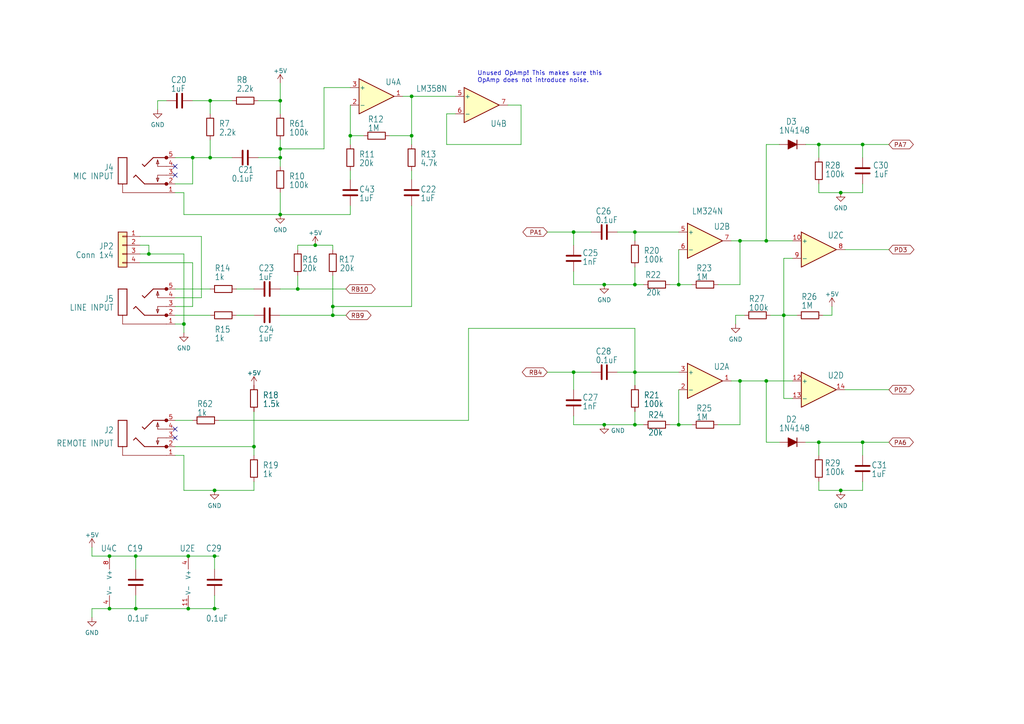
<source format=kicad_sch>
(kicad_sch (version 20211123) (generator eeschema)
  (paper "A4")
  (title_block (title "Input stage") (date "2022-09-04") (rev "1.4.1-chi"))
  (lib_symbols
    (symbol "Amplifier_Operational:LM324" (pin_names (offset 0.127))
      (property "Reference" "U" (at 0 5.08 0))
      (property "Value" "LM324" (at 0 -5.08 0))
      (symbol "LM324_1_1"
        (polyline (pts (xy -5.08 5.08) (xy 5.08 0) (xy -5.08 -5.08) (xy -5.08 5.08)) (stroke (width 0.254)) (fill (type background)))
        (pin output line (at 7.62 0 180) (length 2.54) (name "~") (number "1"))
        (pin input line (at -7.62 -2.54 0) (length 2.54) (name "-") (number "2"))
        (pin input line (at -7.62 2.54 0) (length 2.54) (name "+") (number "3"))
      )
      (symbol "LM324_2_1"
        (polyline (pts (xy -5.08 5.08) (xy 5.08 0) (xy -5.08 -5.08) (xy -5.08 5.08)) (stroke (width 0.254)) (fill (type background)))
        (pin input line (at -7.62 2.54 0) (length 2.54) (name "+") (number "5"))
        (pin input line (at -7.62 -2.54 0) (length 2.54) (name "-") (number "6"))
        (pin output line (at 7.62 0 180) (length 2.54) (name "~") (number "7"))
      )
      (symbol "LM324_3_1"
        (polyline (pts (xy -5.08 5.08) (xy 5.08 0) (xy -5.08 -5.08) (xy -5.08 5.08)) (stroke (width 0.254)) (fill (type background)))
        (pin input line (at -7.62 2.54 0) (length 2.54) (name "+") (number "10"))
        (pin output line (at 7.62 0 180) (length 2.54) (name "~") (number "8"))
        (pin input line (at -7.62 -2.54 0) (length 2.54) (name "-") (number "9"))
      )
      (symbol "LM324_4_1"
        (polyline (pts (xy -5.08 5.08) (xy 5.08 0) (xy -5.08 -5.08) (xy -5.08 5.08)) (stroke (width 0.254)) (fill (type background)))
        (pin input line (at -7.62 2.54 0) (length 2.54) (name "+") (number "12"))
        (pin input line (at -7.62 -2.54 0) (length 2.54) (name "-") (number "13"))
        (pin output line (at 7.62 0 180) (length 2.54) (name "~") (number "14"))
      )
      (symbol "LM324_5_1"
        (pin power_in line (at -2.54 -7.62 90) (length 3.81) (name "V-") (number "11"))
        (pin power_in line (at -2.54 7.62 270) (length 3.81) (name "V+") (number "4"))
      )
    )
    (symbol "Amplifier_Operational:LM358" (pin_names (offset 0.127))
      (property "Reference" "U" (at 0 5.08 0))
      (property "Value" "LM358" (at 0 -5.08 0))
      (symbol "LM358_1_1"
        (polyline (pts (xy -5.08 5.08) (xy 5.08 0) (xy -5.08 -5.08) (xy -5.08 5.08)) (stroke (width 0.254)) (fill (type background)))
        (pin output line (at 7.62 0 180) (length 2.54) (name "~") (number "1"))
        (pin input line (at -7.62 -2.54 0) (length 2.54) (name "-") (number "2"))
        (pin input line (at -7.62 2.54 0) (length 2.54) (name "+") (number "3"))
      )
      (symbol "LM358_2_1"
        (polyline (pts (xy -5.08 5.08) (xy 5.08 0) (xy -5.08 -5.08) (xy -5.08 5.08)) (stroke (width 0.254)) (fill (type background)))
        (pin input line (at -7.62 2.54 0) (length 2.54) (name "+") (number "5"))
        (pin input line (at -7.62 -2.54 0) (length 2.54) (name "-") (number "6"))
        (pin output line (at 7.62 0 180) (length 2.54) (name "~") (number "7"))
      )
      (symbol "LM358_3_1"
        (pin power_in line (at -2.54 -7.62 90) (length 3.81) (name "V-") (number "4"))
        (pin power_in line (at -2.54 7.62 270) (length 3.81) (name "V+") (number "8"))
      )
    )
    (symbol "Connector_Generic:Conn_01x04" (pin_names (offset 1.016) hide)
      (property "Reference" "J" (at 0 5.08 0))
      (property "Value" "Conn_01x04" (at 0 -7.62 0))
      (symbol "Conn_01x04_1_1"
        (rectangle (start -1.27 -4.953) (end 0 -5.207) (stroke (width 0.1524)))
        (rectangle (start -1.27 -2.413) (end 0 -2.667) (stroke (width 0.1524)))
        (rectangle (start -1.27 0.127) (end 0 -0.127) (stroke (width 0.1524)))
        (rectangle (start -1.27 2.667) (end 0 2.413) (stroke (width 0.1524)))
        (rectangle (start -1.27 3.81) (end 1.27 -6.35) (stroke (width 0.254)) (fill (type background)))
        (pin passive line (at -5.08 2.54 0) (length 3.81) (name "Pin_1") (number "1"))
        (pin passive line (at -5.08 0 0) (length 3.81) (name "Pin_2") (number "2"))
        (pin passive line (at -5.08 -2.54 0) (length 3.81) (name "Pin_3") (number "3"))
        (pin passive line (at -5.08 -5.08 0) (length 3.81) (name "Pin_4") (number "4"))
      )
    )
    (symbol "Device:C" (pin_numbers hide) (pin_names (offset 0.254))
      (property "Reference" "C" (at 0.635 2.54 0))
      (property "Value" "C" (at 0.635 -2.54 0))
      (symbol "C_0_1"
        (polyline (pts (xy -2.032 -0.762) (xy 2.032 -0.762)) (stroke (width 0.508)))
        (polyline (pts (xy -2.032 0.762) (xy 2.032 0.762)) (stroke (width 0.508)))
      )
      (symbol "C_1_1"
        (pin passive line (at 0 3.81 270) (length 2.794) (name "~") (number "1"))
        (pin passive line (at 0 -3.81 90) (length 2.794) (name "~") (number "2"))
      )
    )
    (symbol "Device:D_Filled" (pin_numbers hide) (pin_names (offset 1.016) hide)
      (property "Reference" "D" (at 0 2.54 0))
      (property "Value" "D_Filled" (at 0 -2.54 0))
      (symbol "D_Filled_0_1"
        (polyline (pts (xy -1.27 1.27) (xy -1.27 -1.27)) (stroke (width 0.254)))
        (polyline (pts (xy 1.27 0) (xy -1.27 0)))
        (polyline (pts (xy 1.27 1.27) (xy 1.27 -1.27) (xy -1.27 0) (xy 1.27 1.27)) (stroke (width 0.254)) (fill (type outline)))
      )
      (symbol "D_Filled_1_1"
        (pin passive line (at -3.81 0 0) (length 2.54) (name "K") (number "1"))
        (pin passive line (at 3.81 0 180) (length 2.54) (name "A") (number "2"))
      )
    )
    (symbol "Device:R" (pin_numbers hide) (pin_names (offset 0))
      (property "Reference" "R" (at 2.032 0 90))
      (property "Value" "R" (at 0 0 90))
      (symbol "R_0_1"
        (rectangle (start -1.016 -2.54) (end 1.016 2.54) (stroke (width 0.254)))
      )
      (symbol "R_1_1"
        (pin passive line (at 0 3.81 270) (length 1.27) (name "~") (number "1"))
        (pin passive line (at 0 -3.81 90) (length 1.27) (name "~") (number "2"))
      )
    )
    (symbol "mk312-eagle-import:STEREOJACK"
      (property "Reference" "X" (at -7.62 3.81 0))
      (property "Value" "STEREOJACK" (at -7.62 -10.16 0))
      (symbol "STEREOJACK_1_0"
        (circle (center -10.16 -5.08) (radius 0.127) (stroke (width 0.4064)))
        (circle (center -10.16 2.54) (radius 0.127) (stroke (width 0.4064)))
        (polyline (pts (xy -10.16 -5.08) (xy -3.81 -5.08)) (stroke (width 0.254)))
        (polyline (pts (xy -10.16 -2.54) (xy -7.62 -2.54)) (stroke (width 0.1524)))
        (polyline (pts (xy -10.16 0) (xy -7.62 0)) (stroke (width 0.1524)))
        (polyline (pts (xy -10.16 2.54) (xy -6.35 2.54)) (stroke (width 0.254)))
        (polyline (pts (xy -8.001 -3.429) (xy -7.239 -3.429)) (stroke (width 0.1524)))
        (polyline (pts (xy -8.001 0.762) (xy -7.239 0.762)) (stroke (width 0.1524)))
        (polyline (pts (xy -7.62 -4.445) (xy -8.001 -3.429)) (stroke (width 0.1524)))
        (polyline (pts (xy -7.62 -2.54) (xy -7.62 -4.445)) (stroke (width 0.1524)))
        (polyline (pts (xy -7.62 0) (xy -7.62 1.905)) (stroke (width 0.1524)))
        (polyline (pts (xy -7.62 1.905) (xy -8.001 0.762)) (stroke (width 0.1524)))
        (polyline (pts (xy -7.239 -3.429) (xy -7.62 -4.445)) (stroke (width 0.1524)))
        (polyline (pts (xy -7.239 0.762) (xy -7.62 1.905)) (stroke (width 0.1524)))
        (polyline (pts (xy -6.35 2.54) (xy -3.81 0)) (stroke (width 0.254)))
        (polyline (pts (xy -3.81 0) (xy -3.175 0.635)) (stroke (width 0.254)))
        (polyline (pts (xy -1.27 -2.54) (xy -3.81 -5.08)) (stroke (width 0.254)))
        (polyline (pts (xy -0.635 -3.175) (xy -1.27 -2.54)) (stroke (width 0.254)))
        (polyline (pts (xy 1.27 -5.08) (xy 1.27 2.54)) (stroke (width 0.254)))
        (polyline (pts (xy 1.27 -5.08) (xy 2.54 -5.08)) (stroke (width 0.254)))
        (polyline (pts (xy 1.27 2.54) (xy 3.81 2.54)) (stroke (width 0.254)))
        (polyline (pts (xy 2.54 -7.62) (xy -10.16 -7.62)) (stroke (width 0.1524)))
        (polyline (pts (xy 2.54 -5.08) (xy 2.54 -7.62)) (stroke (width 0.1524)))
        (polyline (pts (xy 2.54 -5.08) (xy 3.81 -5.08)) (stroke (width 0.254)))
        (polyline (pts (xy 3.81 -5.08) (xy 3.81 2.54)) (stroke (width 0.254)))
        (pin passive line (at -12.7 -7.62 0) (length 2.54) (name "1") (number "1"))
        (pin passive line (at -12.7 -5.08 0) (length 2.54) (name "2") (number "2"))
        (pin passive line (at -12.7 -2.54 0) (length 2.54) (name "3") (number "3"))
        (pin passive line (at -12.7 0 0) (length 2.54) (name "4") (number "4"))
        (pin passive line (at -12.7 2.54 0) (length 2.54) (name "5") (number "5"))
      )
    )
    (symbol "power:+5V" (power) (pin_names (offset 0))
      (property "Value" "+5V" (at 0 3.556 0))
      (symbol "+5V_0_1"
        (polyline (pts (xy -0.762 1.27) (xy 0 2.54)))
        (polyline (pts (xy 0 0) (xy 0 2.54)))
        (polyline (pts (xy 0 2.54) (xy 0.762 1.27)))
      )
      (symbol "+5V_1_1"
        (pin power_in line (at 0 0 90) (length 0) hide (name "+5V") (number "1"))
      )
    )
    (symbol "power:GND" (power) (pin_names (offset 0))
      (property "Value" "GND" (at 0 -3.81 0))
      (symbol "GND_0_1"
        (polyline (pts (xy 0 0) (xy 0 -1.27) (xy 1.27 -1.27) (xy 0 -2.54) (xy -1.27 -1.27) (xy 0 -1.27)))
      )
      (symbol "GND_1_1"
        (pin power_in line (at 0 0 270) (length 0) hide (name "GND") (number "1"))
      )
    )
  )
  (junction (at 214.63 110.49))
  (junction (at 222.25 110.49))
  (junction (at 196.85 82.55))
  (junction (at 184.15 67.31))
  (junction (at 73.66 129.54))
  (junction (at 196.85 123.19))
  (junction (at 62.23 142.24))
  (junction (at 166.37 67.31))
  (junction (at 86.36 83.82))
  (junction (at 54.61 176.53))
  (junction (at 250.19 41.91))
  (junction (at 237.49 128.27))
  (junction (at 31.75 161.29))
  (junction (at 175.26 82.55))
  (junction (at 53.34 93.98))
  (junction (at 96.52 88.9))
  (junction (at 81.28 45.72))
  (junction (at 184.15 107.95))
  (junction (at 96.52 91.44))
  (junction (at 31.75 176.53))
  (junction (at 55.88 45.72))
  (junction (at 54.61 161.29))
  (junction (at 43.18 73.66))
  (junction (at 175.26 123.19))
  (junction (at 101.6 39.37))
  (junction (at 243.84 142.24))
  (junction (at 222.25 69.85))
  (junction (at 81.28 29.21))
  (junction (at 184.15 82.55))
  (junction (at 119.38 39.37))
  (junction (at 166.37 107.95))
  (junction (at 119.38 27.94))
  (junction (at 227.33 91.44))
  (junction (at 243.84 55.88))
  (junction (at 39.37 176.53))
  (junction (at 214.63 69.85))
  (junction (at 81.28 43.18))
  (junction (at 60.96 29.21))
  (junction (at 250.19 128.27))
  (junction (at 81.28 62.23))
  (junction (at 62.23 176.53))
  (junction (at 39.37 161.29))
  (junction (at 91.44 71.12))
  (junction (at 62.23 161.29))
  (junction (at 60.96 45.72))
  (junction (at 237.49 41.91))
  (junction (at 184.15 123.19))
  (no_connect (at 50.8 127))
  (no_connect (at 50.8 124.46))
  (no_connect (at 50.8 50.8))
  (no_connect (at 50.8 48.26))
  (wire (pts (xy 60.96 29.21) (xy 67.31 29.21)))
  (wire (pts (xy 227.33 91.44) (xy 231.14 91.44)))
  (wire (pts (xy 81.28 83.82) (xy 86.36 83.82)))
  (wire (pts (xy 74.93 29.21) (xy 81.28 29.21)))
  (wire (pts (xy 226.06 41.91) (xy 222.25 41.91)))
  (wire (pts (xy 119.38 27.94) (xy 119.38 39.37)))
  (wire (pts (xy 245.11 72.39) (xy 257.81 72.39)))
  (wire (pts (xy 50.8 121.92) (xy 55.88 121.92)))
  (wire (pts (xy 250.19 41.91) (xy 257.81 41.91)))
  (wire (pts (xy 55.88 45.72) (xy 55.88 53.34)))
  (wire (pts (xy 132.08 33.02) (xy 129.54 33.02)))
  (wire (pts (xy 213.36 93.98) (xy 213.36 91.44)))
  (wire (pts (xy 184.15 123.19) (xy 186.69 123.19)))
  (wire (pts (xy 229.87 74.93) (xy 227.33 74.93)))
  (wire (pts (xy 86.36 83.82) (xy 100.33 83.82)))
  (wire (pts (xy 53.34 73.66) (xy 53.34 93.98)))
  (wire (pts (xy 101.6 49.53) (xy 101.6 52.07)))
  (wire (pts (xy 166.37 67.31) (xy 158.75 67.31)))
  (wire (pts (xy 184.15 107.95) (xy 196.85 107.95)))
  (wire (pts (xy 212.09 110.49) (xy 214.63 110.49)))
  (wire (pts (xy 96.52 91.44) (xy 100.33 91.44)))
  (wire (pts (xy 171.45 107.95) (xy 166.37 107.95)))
  (wire (pts (xy 86.36 71.12) (xy 86.36 72.39)))
  (wire (pts (xy 31.75 176.53) (xy 39.37 176.53)))
  (wire (pts (xy 50.8 55.88) (xy 53.34 55.88)))
  (wire (pts (xy 184.15 119.38) (xy 184.15 123.19)))
  (wire (pts (xy 81.28 43.18) (xy 81.28 45.72)))
  (wire (pts (xy 184.15 77.47) (xy 184.15 82.55)))
  (wire (pts (xy 50.8 45.72) (xy 55.88 45.72)))
  (wire (pts (xy 55.88 29.21) (xy 60.96 29.21)))
  (wire (pts (xy 53.34 55.88) (xy 53.34 62.23)))
  (wire (pts (xy 50.8 93.98) (xy 53.34 93.98)))
  (wire (pts (xy 237.49 128.27) (xy 250.19 128.27)))
  (wire (pts (xy 81.28 43.18) (xy 93.98 43.18)))
  (wire (pts (xy 60.96 29.21) (xy 60.96 33.02)))
  (wire (pts (xy 171.45 67.31) (xy 166.37 67.31)))
  (wire (pts (xy 166.37 123.19) (xy 166.37 120.65)))
  (wire (pts (xy 43.18 71.12) (xy 43.18 73.66)))
  (wire (pts (xy 26.67 161.29) (xy 31.75 161.29)))
  (wire (pts (xy 179.07 107.95) (xy 184.15 107.95)))
  (wire (pts (xy 241.3 88.9) (xy 241.3 91.44)))
  (wire (pts (xy 227.33 74.93) (xy 227.33 91.44)))
  (wire (pts (xy 63.5 121.92) (xy 135.89 121.92)))
  (wire (pts (xy 175.26 123.19) (xy 184.15 123.19)))
  (wire (pts (xy 55.88 53.34) (xy 50.8 53.34)))
  (wire (pts (xy 91.44 71.12) (xy 96.52 71.12)))
  (wire (pts (xy 214.63 69.85) (xy 222.25 69.85)))
  (wire (pts (xy 73.66 132.08) (xy 73.66 129.54)))
  (wire (pts (xy 73.66 119.38) (xy 73.66 129.54)))
  (wire (pts (xy 184.15 95.25) (xy 135.89 95.25)))
  (wire (pts (xy 53.34 62.23) (xy 81.28 62.23)))
  (wire (pts (xy 237.49 55.88) (xy 243.84 55.88)))
  (wire (pts (xy 101.6 30.48) (xy 101.6 39.37)))
  (wire (pts (xy 54.61 176.53) (xy 62.23 176.53)))
  (wire (pts (xy 53.34 142.24) (xy 62.23 142.24)))
  (wire (pts (xy 62.23 176.53) (xy 62.23 172.72)))
  (wire (pts (xy 151.13 41.91) (xy 151.13 30.48)))
  (wire (pts (xy 53.34 93.98) (xy 53.34 96.52)))
  (wire (pts (xy 53.34 132.08) (xy 53.34 142.24)))
  (wire (pts (xy 62.23 161.29) (xy 62.23 165.1)))
  (wire (pts (xy 58.42 68.58) (xy 58.42 86.36)))
  (wire (pts (xy 73.66 142.24) (xy 62.23 142.24)))
  (wire (pts (xy 200.66 123.19) (xy 196.85 123.19)))
  (wire (pts (xy 93.98 43.18) (xy 93.98 25.4)))
  (wire (pts (xy 222.25 110.49) (xy 222.25 128.27)))
  (wire (pts (xy 73.66 91.44) (xy 68.58 91.44)))
  (wire (pts (xy 50.8 132.08) (xy 53.34 132.08)))
  (wire (pts (xy 119.38 39.37) (xy 119.38 41.91)))
  (wire (pts (xy 214.63 110.49) (xy 222.25 110.49)))
  (wire (pts (xy 250.19 45.72) (xy 250.19 41.91)))
  (wire (pts (xy 213.36 91.44) (xy 215.9 91.44)))
  (wire (pts (xy 241.3 91.44) (xy 238.76 91.44)))
  (wire (pts (xy 208.28 123.19) (xy 214.63 123.19)))
  (wire (pts (xy 39.37 161.29) (xy 39.37 165.1)))
  (wire (pts (xy 233.68 128.27) (xy 237.49 128.27)))
  (wire (pts (xy 96.52 88.9) (xy 119.38 88.9)))
  (wire (pts (xy 196.85 82.55) (xy 200.66 82.55)))
  (wire (pts (xy 81.28 62.23) (xy 101.6 62.23)))
  (wire (pts (xy 74.93 45.72) (xy 81.28 45.72)))
  (wire (pts (xy 62.23 176.53) (xy 63.5 176.53)))
  (wire (pts (xy 119.38 59.69) (xy 119.38 88.9)))
  (wire (pts (xy 243.84 142.24) (xy 250.19 142.24)))
  (wire (pts (xy 86.36 80.01) (xy 86.36 83.82)))
  (wire (pts (xy 166.37 78.74) (xy 166.37 82.55)))
  (wire (pts (xy 250.19 55.88) (xy 250.19 53.34)))
  (wire (pts (xy 113.03 39.37) (xy 119.38 39.37)))
  (wire (pts (xy 147.32 30.48) (xy 151.13 30.48)))
  (wire (pts (xy 129.54 41.91) (xy 151.13 41.91)))
  (wire (pts (xy 55.88 76.2) (xy 55.88 88.9)))
  (wire (pts (xy 58.42 86.36) (xy 50.8 86.36)))
  (wire (pts (xy 40.64 71.12) (xy 43.18 71.12)))
  (wire (pts (xy 233.68 41.91) (xy 237.49 41.91)))
  (wire (pts (xy 81.28 40.64) (xy 81.28 43.18)))
  (wire (pts (xy 101.6 62.23) (xy 101.6 59.69)))
  (wire (pts (xy 166.37 71.12) (xy 166.37 67.31)))
  (wire (pts (xy 166.37 123.19) (xy 175.26 123.19)))
  (wire (pts (xy 26.67 176.53) (xy 31.75 176.53)))
  (wire (pts (xy 237.49 142.24) (xy 243.84 142.24)))
  (wire (pts (xy 26.67 176.53) (xy 26.67 179.07)))
  (wire (pts (xy 40.64 73.66) (xy 43.18 73.66)))
  (wire (pts (xy 222.25 69.85) (xy 229.87 69.85)))
  (wire (pts (xy 227.33 115.57) (xy 229.87 115.57)))
  (wire (pts (xy 101.6 39.37) (xy 101.6 41.91)))
  (wire (pts (xy 45.72 29.21) (xy 45.72 31.75)))
  (wire (pts (xy 50.8 129.54) (xy 73.66 129.54)))
  (wire (pts (xy 184.15 82.55) (xy 186.69 82.55)))
  (wire (pts (xy 237.49 139.7) (xy 237.49 142.24)))
  (wire (pts (xy 39.37 161.29) (xy 54.61 161.29)))
  (wire (pts (xy 54.61 161.29) (xy 62.23 161.29)))
  (wire (pts (xy 196.85 72.39) (xy 196.85 82.55)))
  (wire (pts (xy 184.15 107.95) (xy 184.15 111.76)))
  (wire (pts (xy 196.85 123.19) (xy 196.85 113.03)))
  (wire (pts (xy 194.31 123.19) (xy 196.85 123.19)))
  (wire (pts (xy 250.19 132.08) (xy 250.19 128.27)))
  (wire (pts (xy 81.28 24.13) (xy 81.28 29.21)))
  (wire (pts (xy 96.52 80.01) (xy 96.52 88.9)))
  (wire (pts (xy 135.89 95.25) (xy 135.89 121.92)))
  (wire (pts (xy 40.64 76.2) (xy 55.88 76.2)))
  (wire (pts (xy 62.23 161.29) (xy 63.5 161.29)))
  (wire (pts (xy 50.8 91.44) (xy 60.96 91.44)))
  (wire (pts (xy 81.28 29.21) (xy 81.28 33.02)))
  (wire (pts (xy 86.36 71.12) (xy 91.44 71.12)))
  (wire (pts (xy 119.38 27.94) (xy 116.84 27.94)))
  (wire (pts (xy 55.88 88.9) (xy 50.8 88.9)))
  (wire (pts (xy 132.08 27.94) (xy 119.38 27.94)))
  (wire (pts (xy 175.26 82.55) (xy 184.15 82.55)))
  (wire (pts (xy 223.52 91.44) (xy 227.33 91.44)))
  (wire (pts (xy 214.63 69.85) (xy 212.09 69.85)))
  (wire (pts (xy 237.49 128.27) (xy 237.49 132.08)))
  (wire (pts (xy 67.31 45.72) (xy 60.96 45.72)))
  (wire (pts (xy 208.28 82.55) (xy 214.63 82.55)))
  (wire (pts (xy 237.49 41.91) (xy 250.19 41.91)))
  (wire (pts (xy 60.96 83.82) (xy 50.8 83.82)))
  (wire (pts (xy 81.28 45.72) (xy 81.28 48.26)))
  (wire (pts (xy 222.25 110.49) (xy 229.87 110.49)))
  (wire (pts (xy 237.49 53.34) (xy 237.49 55.88)))
  (wire (pts (xy 166.37 107.95) (xy 158.75 107.95)))
  (wire (pts (xy 250.19 128.27) (xy 257.81 128.27)))
  (wire (pts (xy 43.18 73.66) (xy 53.34 73.66)))
  (wire (pts (xy 119.38 49.53) (xy 119.38 52.07)))
  (wire (pts (xy 96.52 71.12) (xy 96.52 72.39)))
  (wire (pts (xy 166.37 113.03) (xy 166.37 107.95)))
  (wire (pts (xy 245.11 113.03) (xy 257.81 113.03)))
  (wire (pts (xy 226.06 128.27) (xy 222.25 128.27)))
  (wire (pts (xy 194.31 82.55) (xy 196.85 82.55)))
  (wire (pts (xy 60.96 45.72) (xy 55.88 45.72)))
  (wire (pts (xy 31.75 161.29) (xy 39.37 161.29)))
  (wire (pts (xy 222.25 41.91) (xy 222.25 69.85)))
  (wire (pts (xy 184.15 69.85) (xy 184.15 67.31)))
  (wire (pts (xy 96.52 88.9) (xy 96.52 91.44)))
  (wire (pts (xy 81.28 91.44) (xy 96.52 91.44)))
  (wire (pts (xy 250.19 139.7) (xy 250.19 142.24)))
  (wire (pts (xy 93.98 25.4) (xy 101.6 25.4)))
  (wire (pts (xy 60.96 40.64) (xy 60.96 45.72)))
  (wire (pts (xy 129.54 33.02) (xy 129.54 41.91)))
  (wire (pts (xy 101.6 39.37) (xy 105.41 39.37)))
  (wire (pts (xy 68.58 83.82) (xy 73.66 83.82)))
  (wire (pts (xy 227.33 91.44) (xy 227.33 115.57)))
  (wire (pts (xy 214.63 123.19) (xy 214.63 110.49)))
  (wire (pts (xy 81.28 55.88) (xy 81.28 62.23)))
  (wire (pts (xy 48.26 29.21) (xy 45.72 29.21)))
  (wire (pts (xy 243.84 55.88) (xy 250.19 55.88)))
  (wire (pts (xy 196.85 67.31) (xy 184.15 67.31)))
  (wire (pts (xy 237.49 41.91) (xy 237.49 45.72)))
  (wire (pts (xy 40.64 68.58) (xy 58.42 68.58)))
  (wire (pts (xy 166.37 82.55) (xy 175.26 82.55)))
  (wire (pts (xy 26.67 158.75) (xy 26.67 161.29)))
  (wire (pts (xy 214.63 69.85) (xy 214.63 82.55)))
  (wire (pts (xy 184.15 95.25) (xy 184.15 107.95)))
  (wire (pts (xy 184.15 67.31) (xy 179.07 67.31)))
  (wire (pts (xy 39.37 172.72) (xy 39.37 176.53)))
  (wire (pts (xy 39.37 176.53) (xy 54.61 176.53)))
  (wire (pts (xy 73.66 139.7) (xy 73.66 142.24)))
  (text "Unused OpAmp! This makes sure this\nOpAmp does not introduce noise." (at 138.43 24.13 0) (effects (font (size 1.27 1.27)) (justify left bottom)))
  (global_label "PD2" (shape bidirectional) (at 257.81 113.03 0) (property "Intersheet References" "${INTERSHEET_REFS}" (effects hide)))
  (global_label "RB9" (shape bidirectional) (at 100.33 91.44 0) (property "Intersheet References" "${INTERSHEET_REFS}" (effects hide)))
  (global_label "PA6" (shape bidirectional) (at 257.81 128.27 0) (property "Intersheet References" "${INTERSHEET_REFS}" (effects hide)))
  (global_label "PA7" (shape bidirectional) (at 257.81 41.91 0) (property "Intersheet References" "${INTERSHEET_REFS}" (effects hide)))
  (global_label "RB10" (shape bidirectional) (at 100.33 83.82 0) (property "Intersheet References" "${INTERSHEET_REFS}" (effects hide)))
  (global_label "PD3" (shape bidirectional) (at 257.81 72.39 0) (property "Intersheet References" "${INTERSHEET_REFS}" (effects hide)))
  (global_label "PA1" (shape bidirectional) (at 158.75 67.31 180) (property "Intersheet References" "${INTERSHEET_REFS}" (effects hide)))
  (global_label "RB4" (shape bidirectional) (at 158.75 107.95 180) (property "Intersheet References" "${INTERSHEET_REFS}" (effects hide)))
  (symbol (lib_id "power:+5V") (at 81.28 24.13 0) (unit 1)
    (property "Reference" "#PWR0127" (effects hide))
    (property "Value" "+5V" (at 81.28 20.5542 0))
  )
  (symbol (lib_id "Amplifier_Operational:LM324") (at 57.15 168.91 0) (unit 5)
    (property "Reference" "U2" (at 52.07 160.02 0) (effects (font (size 1.778 1.5113)) (justify left bottom)))
    (property "Value" "LM324N" (effects hide))
    (property "Footprint" "Package_DIP:DIP-14_W7.62mm" (effects hide))
    (property "Datasheet" "http://www.ti.com/lit/ds/symlink/lm2902-n.pdf" (effects hide))
  )
  (symbol (lib_id "Amplifier_Operational:LM358") (at 34.29 168.91 0) (unit 3)
    (property "Reference" "U4" (at 29.21 160.02 0) (effects (font (size 1.778 1.5113)) (justify left bottom)))
    (property "Value" "LM358N" (effects hide))
    (property "Footprint" "Package_DIP:DIP-8_W7.62mm" (effects hide))
    (property "Datasheet" "http://www.ti.com/lit/ds/symlink/lm2904-n.pdf" (effects hide))
  )
  (symbol (lib_id "Device:C") (at 71.12 45.72 90) (unit 1)
    (property "Reference" "C21" (at 73.66 48.26 90) (effects (font (size 1.778 1.5113)) (justify left bottom)))
    (property "Value" "0.1uF" (at 73.66 50.8 90) (effects (font (size 1.778 1.5113)) (justify left bottom)))
    (property "Footprint" "Capacitor_THT:C_Disc_D3.0mm_W1.6mm_P2.50mm" (effects hide))
  )
  (symbol (lib_id "power:GND") (at 213.36 93.98 0) (unit 1)
    (property "Reference" "#PWR0136" (effects hide))
    (property "Value" "GND" (at 213.36 98.4234 0))
  )
  (symbol (lib_id "Device:R") (at 96.52 76.2 0) (mirror y) (unit 1)
    (property "Reference" "R17" (at 102.87 76.2 0) (effects (font (size 1.778 1.5113)) (justify left bottom)))
    (property "Value" "20k" (at 102.87 78.74 0) (effects (font (size 1.778 1.5113)) (justify left bottom)))
    (property "Footprint" "Resistor_THT:R_Axial_DIN0207_L6.3mm_D2.5mm_P10.16mm_Horizontal" (effects hide))
  )
  (symbol (lib_id "Device:R") (at 219.71 91.44 270) (unit 1)
    (property "Reference" "R27" (at 217.17 87.63 90) (effects (font (size 1.778 1.5113)) (justify left bottom)))
    (property "Value" "100k" (at 217.17 90.17 90) (effects (font (size 1.778 1.5113)) (justify left bottom)))
    (property "Footprint" "Resistor_THT:R_Axial_DIN0207_L6.3mm_D2.5mm_P10.16mm_Horizontal" (effects hide))
  )
  (symbol (lib_id "Device:R") (at 86.36 76.2 0) (unit 1)
    (property "Reference" "R16" (at 87.63 76.2 0) (effects (font (size 1.778 1.5113)) (justify left bottom)))
    (property "Value" "20k" (at 87.63 78.74 0) (effects (font (size 1.778 1.5113)) (justify left bottom)))
    (property "Footprint" "Resistor_THT:R_Axial_DIN0207_L6.3mm_D2.5mm_P10.16mm_Horizontal" (effects hide))
  )
  (symbol (lib_id "Device:R") (at 204.47 123.19 270) (unit 1)
    (property "Reference" "R25" (at 201.93 119.38 90) (effects (font (size 1.778 1.5113)) (justify left bottom)))
    (property "Value" "1M" (at 201.93 121.92 90) (effects (font (size 1.778 1.5113)) (justify left bottom)))
    (property "Footprint" "Resistor_THT:R_Axial_DIN0207_L6.3mm_D2.5mm_P10.16mm_Horizontal" (effects hide))
  )
  (symbol (lib_id "Device:R") (at 204.47 82.55 270) (unit 1)
    (property "Reference" "R23" (at 201.93 78.74 90) (effects (font (size 1.778 1.5113)) (justify left bottom)))
    (property "Value" "1M" (at 201.93 81.28 90) (effects (font (size 1.778 1.5113)) (justify left bottom)))
    (property "Footprint" "Resistor_THT:R_Axial_DIN0207_L6.3mm_D2.5mm_P10.16mm_Horizontal" (effects hide))
  )
  (symbol (lib_id "Device:R") (at 64.77 83.82 270) (unit 1)
    (property "Reference" "R14" (at 62.23 78.74 90) (effects (font (size 1.778 1.5113)) (justify left bottom)))
    (property "Value" "1k" (at 62.23 81.28 90) (effects (font (size 1.778 1.5113)) (justify left bottom)))
    (property "Footprint" "Resistor_THT:R_Axial_DIN0207_L6.3mm_D2.5mm_P10.16mm_Horizontal" (effects hide))
  )
  (symbol (lib_id "Device:R") (at 81.28 52.07 0) (unit 1)
    (property "Reference" "R10" (at 83.82 52.07 0) (effects (font (size 1.778 1.5113)) (justify left bottom)))
    (property "Value" "100k" (at 83.82 54.61 0) (effects (font (size 1.778 1.5113)) (justify left bottom)))
    (property "Footprint" "Resistor_THT:R_Axial_DIN0207_L6.3mm_D2.5mm_P10.16mm_Horizontal" (effects hide))
  )
  (symbol (lib_id "power:+5V") (at 73.66 111.76 0) (unit 1)
    (property "Reference" "#PWR0134" (effects hide))
    (property "Value" "+5V" (at 73.66 108.1842 0))
  )
  (symbol (lib_id "power:+5V") (at 91.44 71.12 0) (unit 1)
    (property "Reference" "#PWR0132" (effects hide))
    (property "Value" "+5V" (at 91.44 67.5442 0))
  )
  (symbol (lib_id "Device:R") (at 184.15 115.57 0) (unit 1)
    (property "Reference" "R21" (at 186.69 115.57 0) (effects (font (size 1.778 1.5113)) (justify left bottom)))
    (property "Value" "100k" (at 186.69 118.11 0) (effects (font (size 1.778 1.5113)) (justify left bottom)))
    (property "Footprint" "Resistor_THT:R_Axial_DIN0207_L6.3mm_D2.5mm_P10.16mm_Horizontal" (effects hide))
  )
  (symbol (lib_id "power:+5V") (at 241.3 88.9 0) (unit 1)
    (property "Reference" "#PWR0138" (effects hide))
    (property "Value" "+5V" (at 241.3 85.3242 0))
  )
  (symbol (lib_id "Device:C") (at 77.47 91.44 270) (unit 1)
    (property "Reference" "C24" (at 74.93 96.52 90) (effects (font (size 1.778 1.5113)) (justify left bottom)))
    (property "Value" "1uF" (at 74.93 99.06 90) (effects (font (size 1.778 1.5113)) (justify left bottom)))
    (property "Footprint" "Capacitor_THT:C_Disc_D3.4mm_W2.1mm_P2.50mm" (effects hide))
  )
  (symbol (lib_id "Amplifier_Operational:LM324") (at 204.47 110.49 0) (unit 1)
    (property "Reference" "U2" (at 207.01 107.315 0) (effects (font (size 1.778 1.5113)) (justify left bottom)))
    (property "Value" "LM324N" (effects hide))
    (property "Footprint" "Package_DIP:DIP-14_W7.62mm" (effects hide))
    (property "Datasheet" "http://www.ti.com/lit/ds/symlink/lm2902-n.pdf" (effects hide))
  )
  (symbol (lib_id "Device:R") (at 101.6 45.72 0) (unit 1)
    (property "Reference" "R11" (at 104.14 45.72 0) (effects (font (size 1.778 1.5113)) (justify left bottom)))
    (property "Value" "20k" (at 104.14 48.26 0) (effects (font (size 1.778 1.5113)) (justify left bottom)))
    (property "Footprint" "Resistor_THT:R_Axial_DIN0207_L6.3mm_D2.5mm_P10.16mm_Horizontal" (effects hide))
  )
  (symbol (lib_id "Device:R") (at 119.38 45.72 0) (unit 1)
    (property "Reference" "R13" (at 121.92 45.72 0) (effects (font (size 1.778 1.5113)) (justify left bottom)))
    (property "Value" "4.7k" (at 121.92 48.26 0) (effects (font (size 1.778 1.5113)) (justify left bottom)))
    (property "Footprint" "Resistor_THT:R_Axial_DIN0207_L6.3mm_D2.5mm_P10.16mm_Horizontal" (effects hide))
  )
  (symbol (lib_id "power:GND") (at 62.23 142.24 0) (unit 1)
    (property "Reference" "#PWR0133" (effects hide))
    (property "Value" "GND" (at 62.23 146.6834 0))
  )
  (symbol (lib_id "Device:R") (at 73.66 115.57 0) (unit 1)
    (property "Reference" "R18" (at 76.2 115.57 0) (effects (font (size 1.778 1.5113)) (justify left bottom)))
    (property "Value" "1.5k" (at 76.2 118.11 0) (effects (font (size 1.778 1.5113)) (justify left bottom)))
    (property "Footprint" "Resistor_THT:R_Axial_DIN0207_L6.3mm_D2.5mm_P10.16mm_Horizontal" (effects hide))
  )
  (symbol (lib_id "Device:C") (at 119.38 55.88 0) (unit 1)
    (property "Reference" "C22" (at 121.92 55.88 0) (effects (font (size 1.778 1.5113)) (justify left bottom)))
    (property "Value" "1uF" (at 121.92 58.42 0) (effects (font (size 1.778 1.5113)) (justify left bottom)))
    (property "Footprint" "Capacitor_THT:C_Disc_D3.4mm_W2.1mm_P2.50mm" (effects hide))
  )
  (symbol (lib_id "power:GND") (at 26.67 179.07 0) (unit 1)
    (property "Reference" "#PWR0130" (effects hide))
    (property "Value" "GND" (at 26.67 183.5134 0))
  )
  (symbol (lib_id "Device:C") (at 250.19 135.89 0) (unit 1)
    (property "Reference" "C31" (at 252.73 135.89 0) (effects (font (size 1.778 1.5113)) (justify left bottom)))
    (property "Value" "1uF" (at 252.73 138.43 0) (effects (font (size 1.778 1.5113)) (justify left bottom)))
    (property "Footprint" "Capacitor_THT:C_Disc_D3.4mm_W2.1mm_P2.50mm" (effects hide))
  )
  (symbol (lib_id "Device:C") (at 77.47 83.82 270) (unit 1)
    (property "Reference" "C23" (at 74.93 78.74 90) (effects (font (size 1.778 1.5113)) (justify left bottom)))
    (property "Value" "1uF" (at 74.93 81.28 90) (effects (font (size 1.778 1.5113)) (justify left bottom)))
    (property "Footprint" "Capacitor_THT:C_Disc_D3.4mm_W2.1mm_P2.50mm" (effects hide))
  )
  (symbol (lib_id "Amplifier_Operational:LM324") (at 204.47 69.85 0) (unit 2)
    (property "Reference" "U2" (at 207.01 66.675 0) (effects (font (size 1.778 1.5113)) (justify left bottom)))
    (property "Value" "LM324N" (at 200.66 62.23 0) (effects (font (size 1.778 1.5113)) (justify left bottom)))
    (property "Footprint" "Package_DIP:DIP-14_W7.62mm" (effects hide))
    (property "Datasheet" "http://www.ti.com/lit/ds/symlink/lm2902-n.pdf" (effects hide))
  )
  (symbol (lib_id "power:GND") (at 53.34 96.52 0) (unit 1)
    (property "Reference" "#PWR0131" (effects hide))
    (property "Value" "GND" (at 53.34 100.9634 0))
  )
  (symbol (lib_id "Amplifier_Operational:LM358") (at 139.7 30.48 0) (unit 2)
    (property "Reference" "U4" (at 142.24 36.83 0) (effects (font (size 1.778 1.5113)) (justify left bottom)))
    (property "Value" "LM358N" (effects hide))
    (property "Footprint" "Package_DIP:DIP-8_W7.62mm" (effects hide))
    (property "Datasheet" "http://www.ti.com/lit/ds/symlink/lm2904-n.pdf" (effects hide))
  )
  (symbol (lib_id "Device:R") (at 59.69 121.92 270) (unit 1)
    (property "Reference" "R62" (at 57.15 118.11 90) (effects (font (size 1.778 1.5113)) (justify left bottom)))
    (property "Value" "1k" (at 57.15 120.65 90) (effects (font (size 1.778 1.5113)) (justify left bottom)))
    (property "Footprint" "Resistor_THT:R_Axial_DIN0207_L6.3mm_D2.5mm_P10.16mm_Horizontal" (effects hide))
  )
  (symbol (lib_id "Amplifier_Operational:LM358") (at 109.22 27.94 0) (unit 1)
    (property "Reference" "U4" (at 111.76 24.765 0) (effects (font (size 1.778 1.5113)) (justify left bottom)))
    (property "Value" "LM358N" (at 120.65 26.67 0) (effects (font (size 1.778 1.5113)) (justify left bottom)))
    (property "Footprint" "Package_DIP:DIP-8_W7.62mm" (effects hide))
    (property "Datasheet" "http://www.ti.com/lit/ds/symlink/lm2904-n.pdf" (effects hide))
  )
  (symbol (lib_id "Device:R") (at 184.15 73.66 0) (unit 1)
    (property "Reference" "R20" (at 186.69 73.66 0) (effects (font (size 1.778 1.5113)) (justify left bottom)))
    (property "Value" "100k" (at 186.69 76.2 0) (effects (font (size 1.778 1.5113)) (justify left bottom)))
    (property "Footprint" "Resistor_THT:R_Axial_DIN0207_L6.3mm_D2.5mm_P10.16mm_Horizontal" (effects hide))
  )
  (symbol (lib_id "Device:D_Filled") (at 229.87 41.91 180) (unit 1)
    (property "Reference" "D3" (at 231.14 34.29 0) (effects (font (size 1.778 1.5113)) (justify left bottom)))
    (property "Value" "1N4148" (at 234.95 36.83 0) (effects (font (size 1.778 1.5113)) (justify left bottom)))
    (property "Footprint" "Diode_THT:D_DO-35_SOD27_P10.16mm_Horizontal" (effects hide))
  )
  (symbol (lib_id "Device:R") (at 71.12 29.21 270) (unit 1)
    (property "Reference" "R8" (at 68.58 24.13 90) (effects (font (size 1.778 1.5113)) (justify left bottom)))
    (property "Value" "2.2k" (at 68.58 26.67 90) (effects (font (size 1.778 1.5113)) (justify left bottom)))
    (property "Footprint" "Resistor_THT:R_Axial_DIN0207_L6.3mm_D2.5mm_P10.16mm_Horizontal" (effects hide))
  )
  (symbol (lib_id "power:+5V") (at 26.67 158.75 0) (unit 1)
    (property "Reference" "#PWR0129" (effects hide))
    (property "Value" "+5V" (at 26.67 155.1742 0))
  )
  (symbol (lib_id "Device:R") (at 81.28 36.83 0) (unit 1)
    (property "Reference" "R61" (at 83.82 36.83 0) (effects (font (size 1.778 1.5113)) (justify left bottom)))
    (property "Value" "100k" (at 83.82 39.37 0) (effects (font (size 1.778 1.5113)) (justify left bottom)))
    (property "Footprint" "Resistor_THT:R_Axial_DIN0207_L6.3mm_D2.5mm_P10.16mm_Horizontal" (effects hide))
  )
  (symbol (lib_id "Device:R") (at 237.49 135.89 180) (unit 1)
    (property "Reference" "R29" (at 243.84 133.35 0) (effects (font (size 1.778 1.5113)) (justify left bottom)))
    (property "Value" "100k" (at 245.11 135.89 0) (effects (font (size 1.778 1.5113)) (justify left bottom)))
    (property "Footprint" "Resistor_THT:R_Axial_DIN0207_L6.3mm_D2.5mm_P10.16mm_Horizontal" (effects hide))
  )
  (symbol (lib_id "Device:C") (at 175.26 107.95 270) (unit 1)
    (property "Reference" "C28" (at 172.72 102.87 90) (effects (font (size 1.778 1.5113)) (justify left bottom)))
    (property "Value" "0.1uF" (at 172.72 105.41 90) (effects (font (size 1.778 1.5113)) (justify left bottom)))
    (property "Footprint" "Capacitor_THT:C_Disc_D3.0mm_W1.6mm_P2.50mm" (effects hide))
  )
  (symbol (lib_id "power:GND") (at 175.26 123.19 0) (mirror y) (unit 1)
    (property "Reference" "#PWR0140" (effects hide))
    (property "Value" "GND" (at 177.165 124.8938 0) (effects (justify right)))
  )
  (symbol (lib_id "Device:C") (at 39.37 168.91 0) (unit 1)
    (property "Reference" "C19" (at 36.83 160.02 0) (effects (font (size 1.778 1.5113)) (justify left bottom)))
    (property "Value" "0.1uF" (at 36.83 180.34 0) (effects (font (size 1.778 1.5113)) (justify left bottom)))
    (property "Footprint" "Capacitor_THT:C_Disc_D3.0mm_W1.6mm_P2.50mm" (effects hide))
  )
  (symbol (lib_id "power:GND") (at 45.72 31.75 0) (unit 1)
    (property "Reference" "#PWR0126" (effects hide))
    (property "Value" "GND" (at 45.72 36.1934 0))
  )
  (symbol (lib_id "Device:R") (at 60.96 36.83 0) (unit 1)
    (property "Reference" "R7" (at 63.5 36.83 0) (effects (font (size 1.778 1.5113)) (justify left bottom)))
    (property "Value" "2.2k" (at 63.5 39.37 0) (effects (font (size 1.778 1.5113)) (justify left bottom)))
    (property "Footprint" "Resistor_THT:R_Axial_DIN0207_L6.3mm_D2.5mm_P10.16mm_Horizontal" (effects hide))
  )
  (symbol (lib_id "Device:C") (at 175.26 67.31 270) (unit 1)
    (property "Reference" "C26" (at 172.72 62.23 90) (effects (font (size 1.778 1.5113)) (justify left bottom)))
    (property "Value" "0.1uF" (at 172.72 64.77 90) (effects (font (size 1.778 1.5113)) (justify left bottom)))
    (property "Footprint" "Capacitor_THT:C_Disc_D3.0mm_W1.6mm_P2.50mm" (effects hide))
  )
  (symbol (lib_id "Connector_Generic:Conn_01x04") (at 35.56 71.12 0) (mirror y) (unit 1)
    (property "Reference" "JP2" (at 33.02 72.39 0) (effects (font (size 1.778 1.5113)) (justify left bottom)))
    (property "Value" "Conn 1x4" (at 33.02 74.93 0) (effects (font (size 1.778 1.5113)) (justify left bottom)))
    (property "Footprint" "Connector_PinHeader_2.54mm:PinHeader_1x04_P2.54mm_Vertical" (effects hide))
    (property "Function" "AUX LINE IN" (effects hide))
  )
  (symbol (lib_id "mk312-eagle-import:STEREOJACK") (at 38.1 124.46 0) (mirror y) (unit 1)
    (property "Reference" "J2" (at 33.02 125.73 0) (effects (font (size 1.778 1.5113)) (justify left bottom)))
    (property "Value" "REMOTE INPUT" (at 33.02 129.54 0) (effects (font (size 1.778 1.5113)) (justify left bottom)))
    (property "Footprint" "mk312:STX3100" (effects hide))
  )
  (symbol (lib_id "Device:C") (at 166.37 116.84 0) (mirror x) (unit 1)
    (property "Reference" "C27" (at 168.91 114.3 0) (effects (font (size 1.778 1.5113)) (justify left bottom)))
    (property "Value" "1nF" (at 168.91 116.84 0) (effects (font (size 1.778 1.5113)) (justify left bottom)))
    (property "Footprint" "Capacitor_THT:C_Disc_D3.0mm_W1.6mm_P2.50mm" (effects hide))
  )
  (symbol (lib_id "Device:R") (at 109.22 39.37 270) (unit 1)
    (property "Reference" "R12" (at 106.68 35.56 90) (effects (font (size 1.778 1.5113)) (justify left bottom)))
    (property "Value" "1M" (at 106.68 38.1 90) (effects (font (size 1.778 1.5113)) (justify left bottom)))
    (property "Footprint" "Resistor_THT:R_Axial_DIN0207_L6.3mm_D2.5mm_P10.16mm_Horizontal" (effects hide))
  )
  (symbol (lib_id "Device:R") (at 64.77 91.44 270) (unit 1)
    (property "Reference" "R15" (at 62.23 96.52 90) (effects (font (size 1.778 1.5113)) (justify left bottom)))
    (property "Value" "1k" (at 62.23 99.06 90) (effects (font (size 1.778 1.5113)) (justify left bottom)))
    (property "Footprint" "Resistor_THT:R_Axial_DIN0207_L6.3mm_D2.5mm_P10.16mm_Horizontal" (effects hide))
  )
  (symbol (lib_id "Device:C") (at 101.6 55.88 0) (unit 1)
    (property "Reference" "C43" (at 104.14 55.88 0) (effects (font (size 1.778 1.5113)) (justify left bottom)))
    (property "Value" "1uF" (at 104.14 58.42 0) (effects (font (size 1.778 1.5113)) (justify left bottom)))
    (property "Footprint" "Capacitor_THT:C_Disc_D3.4mm_W2.1mm_P2.50mm" (effects hide))
  )
  (symbol (lib_id "mk312-eagle-import:STEREOJACK") (at 38.1 86.36 0) (mirror y) (unit 1)
    (property "Reference" "J5" (at 33.02 87.63 0) (effects (font (size 1.778 1.5113)) (justify left bottom)))
    (property "Value" "LINE INPUT" (at 33.02 90.17 0) (effects (font (size 1.778 1.5113)) (justify left bottom)))
    (property "Footprint" "mk312:STX3100" (effects hide))
  )
  (symbol (lib_id "Device:R") (at 234.95 91.44 270) (mirror x) (unit 1)
    (property "Reference" "R26" (at 232.41 85.09 90) (effects (font (size 1.778 1.5113)) (justify left bottom)))
    (property "Value" "1M" (at 232.41 87.63 90) (effects (font (size 1.778 1.5113)) (justify left bottom)))
    (property "Footprint" "Resistor_THT:R_Axial_DIN0207_L6.3mm_D2.5mm_P10.16mm_Horizontal" (effects hide))
  )
  (symbol (lib_id "Device:R") (at 190.5 123.19 270) (mirror x) (unit 1)
    (property "Reference" "R24" (at 187.96 119.38 90) (effects (font (size 1.778 1.5113)) (justify left bottom)))
    (property "Value" "20k" (at 187.96 124.46 90) (effects (font (size 1.778 1.5113)) (justify left bottom)))
    (property "Footprint" "Resistor_THT:R_Axial_DIN0207_L6.3mm_D2.5mm_P10.16mm_Horizontal" (effects hide))
  )
  (symbol (lib_id "Device:C") (at 166.37 74.93 0) (mirror x) (unit 1)
    (property "Reference" "C25" (at 168.91 72.39 0) (effects (font (size 1.778 1.5113)) (justify left bottom)))
    (property "Value" "1nF" (at 168.91 74.93 0) (effects (font (size 1.778 1.5113)) (justify left bottom)))
    (property "Footprint" "Capacitor_THT:C_Disc_D3.0mm_W1.6mm_P2.50mm" (effects hide))
  )
  (symbol (lib_id "power:GND") (at 81.28 62.23 0) (unit 1)
    (property "Reference" "#PWR0128" (effects hide))
    (property "Value" "GND" (at 81.28 66.6734 0))
  )
  (symbol (lib_id "power:GND") (at 243.84 142.24 0) (unit 1)
    (property "Reference" "#PWR0139" (effects hide))
    (property "Value" "GND" (at 243.84 146.6834 0))
  )
  (symbol (lib_id "Device:C") (at 62.23 168.91 0) (unit 1)
    (property "Reference" "C29" (at 59.69 160.02 0) (effects (font (size 1.778 1.5113)) (justify left bottom)))
    (property "Value" "0.1uF" (at 59.69 180.34 0) (effects (font (size 1.778 1.5113)) (justify left bottom)))
    (property "Footprint" "Capacitor_THT:C_Disc_D3.0mm_W1.6mm_P2.50mm" (effects hide))
  )
  (symbol (lib_id "Device:C") (at 250.19 49.53 180) (unit 1)
    (property "Reference" "C30" (at 257.81 46.99 0) (effects (font (size 1.778 1.5113)) (justify left bottom)))
    (property "Value" "1uF" (at 257.81 49.53 0) (effects (font (size 1.778 1.5113)) (justify left bottom)))
    (property "Footprint" "Capacitor_THT:C_Disc_D3.4mm_W2.1mm_P2.50mm" (effects hide))
  )
  (symbol (lib_id "Device:C") (at 52.07 29.21 270) (unit 1)
    (property "Reference" "C20" (at 49.53 24.13 90) (effects (font (size 1.778 1.5113)) (justify left bottom)))
    (property "Value" "1uF" (at 49.53 26.67 90) (effects (font (size 1.778 1.5113)) (justify left bottom)))
    (property "Footprint" "Capacitor_THT:C_Disc_D3.4mm_W2.1mm_P2.50mm" (effects hide))
  )
  (symbol (lib_id "Device:D_Filled") (at 229.87 128.27 180) (unit 1)
    (property "Reference" "D2" (at 231.14 120.65 0) (effects (font (size 1.778 1.5113)) (justify left bottom)))
    (property "Value" "1N4148" (at 234.95 123.19 0) (effects (font (size 1.778 1.5113)) (justify left bottom)))
    (property "Footprint" "Diode_THT:D_DO-35_SOD27_P10.16mm_Horizontal" (effects hide))
  )
  (symbol (lib_id "mk312-eagle-import:STEREOJACK") (at 38.1 48.26 0) (mirror y) (unit 1)
    (property "Reference" "J4" (at 33.02 49.53 0) (effects (font (size 1.778 1.5113)) (justify left bottom)))
    (property "Value" "MIC INPUT" (at 33.02 52.07 0) (effects (font (size 1.778 1.5113)) (justify left bottom)))
    (property "Footprint" "mk312:STX3100" (effects hide))
  )
  (symbol (lib_id "power:GND") (at 175.26 82.55 0) (unit 1)
    (property "Reference" "#PWR0135" (effects hide))
    (property "Value" "GND" (at 175.26 86.9934 0))
  )
  (symbol (lib_id "Device:R") (at 237.49 49.53 180) (unit 1)
    (property "Reference" "R28" (at 243.84 46.99 0) (effects (font (size 1.778 1.5113)) (justify left bottom)))
    (property "Value" "100k" (at 245.11 49.53 0) (effects (font (size 1.778 1.5113)) (justify left bottom)))
    (property "Footprint" "Resistor_THT:R_Axial_DIN0207_L6.3mm_D2.5mm_P10.16mm_Horizontal" (effects hide))
  )
  (symbol (lib_id "Amplifier_Operational:LM324") (at 237.49 113.03 0) (unit 4)
    (property "Reference" "U2" (at 240.03 109.855 0) (effects (font (size 1.778 1.5113)) (justify left bottom)))
    (property "Value" "LM324N" (effects hide))
    (property "Footprint" "Package_DIP:DIP-14_W7.62mm" (effects hide))
    (property "Datasheet" "http://www.ti.com/lit/ds/symlink/lm2902-n.pdf" (effects hide))
  )
  (symbol (lib_id "power:GND") (at 243.84 55.88 0) (unit 1)
    (property "Reference" "#PWR0137" (effects hide))
    (property "Value" "GND" (at 243.84 60.3234 0))
  )
  (symbol (lib_id "Device:R") (at 190.5 82.55 90) (unit 1)
    (property "Reference" "R22" (at 191.77 78.74 90) (effects (font (size 1.778 1.5113)) (justify left bottom)))
    (property "Value" "20k" (at 191.77 83.82 90) (effects (font (size 1.778 1.5113)) (justify left bottom)))
    (property "Footprint" "Resistor_THT:R_Axial_DIN0207_L6.3mm_D2.5mm_P10.16mm_Horizontal" (effects hide))
  )
  (symbol (lib_id "Amplifier_Operational:LM324") (at 237.49 72.39 0) (unit 3)
    (property "Reference" "U2" (at 240.03 69.215 0) (effects (font (size 1.778 1.5113)) (justify left bottom)))
    (property "Value" "LM324N" (effects hide))
    (property "Footprint" "Package_DIP:DIP-14_W7.62mm" (effects hide))
    (property "Datasheet" "http://www.ti.com/lit/ds/symlink/lm2902-n.pdf" (effects hide))
  )
  (symbol (lib_id "Device:R") (at 73.66 135.89 0) (unit 1)
    (property "Reference" "R19" (at 76.2 135.89 0) (effects (font (size 1.778 1.5113)) (justify left bottom)))
    (property "Value" "1k" (at 76.2 138.43 0) (effects (font (size 1.778 1.5113)) (justify left bottom)))
    (property "Footprint" "Resistor_THT:R_Axial_DIN0207_L6.3mm_D2.5mm_P10.16mm_Horizontal" (effects hide))
  )
)
</source>
